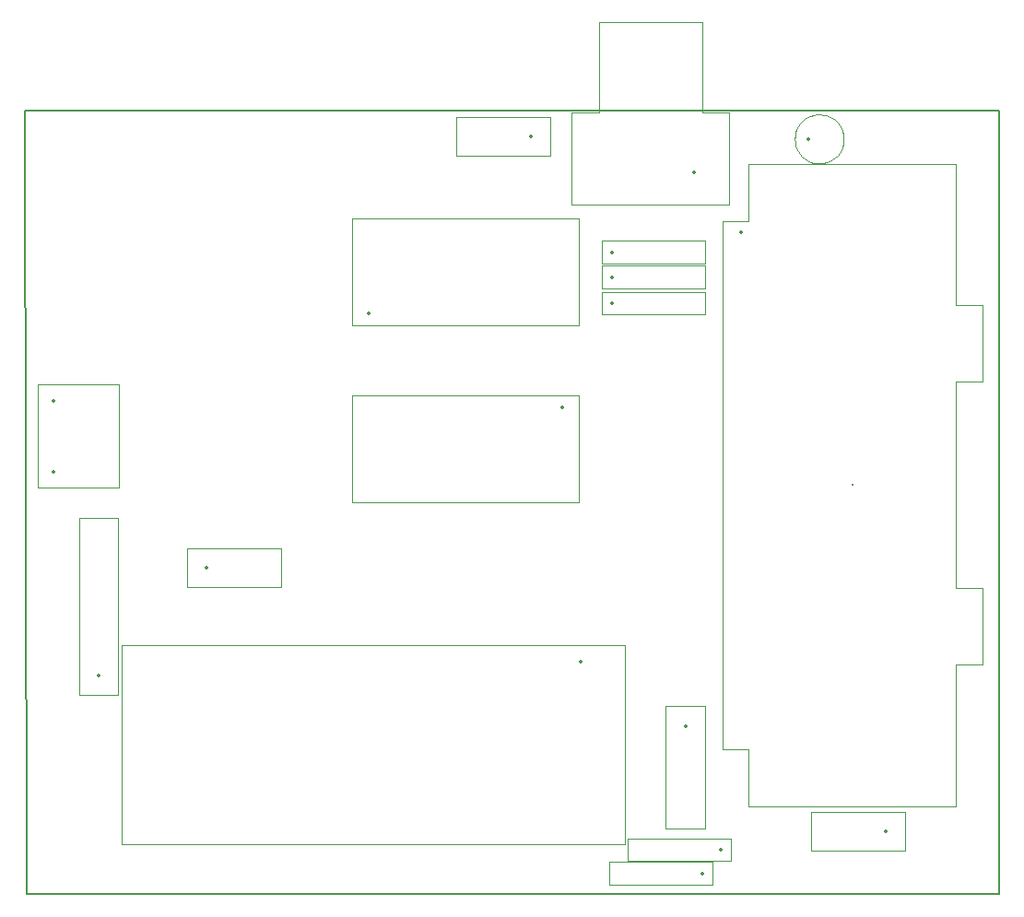
<source format=gbr>
%TF.GenerationSoftware,KiCad,Pcbnew,8.0.3*%
%TF.CreationDate,2024-06-28T19:02:33+02:00*%
%TF.ProjectId,GB-Dumper,47422d44-756d-4706-9572-2e6b69636164,0.83*%
%TF.SameCoordinates,PXafee930PY945b7e0*%
%TF.FileFunction,Component,L1,Top*%
%TF.FilePolarity,Positive*%
%FSLAX46Y46*%
G04 Gerber Fmt 4.6, Leading zero omitted, Abs format (unit mm)*
G04 Created by KiCad (PCBNEW 8.0.3) date 2024-06-28 19:02:33*
%MOMM*%
%LPD*%
G01*
G04 APERTURE LIST*
%TA.AperFunction,ComponentMain*%
%ADD10C,0.300000*%
%TD*%
%TA.AperFunction,ComponentOutline,Courtyard*%
%ADD11C,0.100000*%
%TD*%
%TA.AperFunction,ComponentPin*%
%ADD12P,0.360000X4X0.000000*%
%TD*%
%TA.AperFunction,ComponentPin*%
%ADD13C,0.100000*%
%TD*%
%TA.AperFunction,Profile*%
%ADD14C,0.150000*%
%TD*%
G04 APERTURE END LIST*
D10*
%TO.C,J1*%
%TO.CFtp,GameBoy_Cartridge_AGS_1x32-1MP_P1.50mm_Socket_Horizontal*%
%TO.CVal,GameBoy_Cartridge_MountingPin*%
%TO.CLbN,Button_Switch_Keyboard*%
%TO.CMnt,SMD*%
%TO.CRot,-90*%
X75894000Y37616000D03*
D11*
X85343999Y67115999D02*
X85343999Y54115999D01*
X87843999Y54115999D01*
X87843999Y47116001D01*
X85343999Y47116001D01*
X85343999Y28115999D01*
X87843999Y28115999D01*
X87843999Y21116001D01*
X85343999Y21116001D01*
X85343999Y8116001D01*
X66344001Y8116001D01*
X66344001Y13366001D01*
X63944001Y13366001D01*
X63944001Y61865999D01*
X66344001Y61865999D01*
X66344001Y67115999D01*
X85343999Y67115999D01*
D12*
%TO.P,J1,1,VCC*%
X65644000Y60866000D03*
D13*
%TO.P,J1,*%
X73844000Y50616000D03*
X73844000Y24616000D03*
%TO.P,J1,2,CLK*%
X65644000Y59366000D03*
%TO.P,J1,3,~{WR}*%
X65644000Y57866000D03*
%TO.P,J1,4,~{RD}*%
X65644000Y56366000D03*
%TO.P,J1,5,~{CS}*%
X65644000Y54866000D03*
%TO.P,J1,6,A0*%
X65644000Y53366000D03*
%TO.P,J1,7,A1*%
X65644000Y51866000D03*
%TO.P,J1,8,A2*%
X65644000Y50366000D03*
%TO.P,J1,9,A3*%
X65644000Y48866000D03*
%TO.P,J1,10,A4*%
X65644000Y47366000D03*
%TO.P,J1,11,A5*%
X65644000Y45866000D03*
%TO.P,J1,12,A6*%
X65644000Y44366000D03*
%TO.P,J1,13,A7*%
X65644000Y42866000D03*
%TO.P,J1,14,A8*%
X65644000Y41366000D03*
%TO.P,J1,15,A9*%
X65644000Y39866000D03*
%TO.P,J1,16,A10*%
X65644000Y38366000D03*
%TO.P,J1,17,A11*%
X65644000Y36866000D03*
%TO.P,J1,18,A12*%
X65644000Y35366000D03*
%TO.P,J1,19,A13*%
X65644000Y33866000D03*
%TO.P,J1,20,A14*%
X65644000Y32366000D03*
%TO.P,J1,21,A15*%
X65644000Y30866000D03*
%TO.P,J1,22,D0*%
X65644000Y29366000D03*
%TO.P,J1,23,D1*%
X65644000Y27866000D03*
%TO.P,J1,24,D2*%
X65644000Y26366000D03*
%TO.P,J1,25,D3*%
X65644000Y24866000D03*
%TO.P,J1,26,D4*%
X65644000Y23366000D03*
%TO.P,J1,27,D5*%
X65644000Y21866000D03*
%TO.P,J1,28,D6*%
X65644000Y20366000D03*
%TO.P,J1,29,D7*%
X65644000Y18866000D03*
%TO.P,J1,30,~{RES}*%
X65644000Y17366000D03*
%TO.P,J1,31,VIN*%
X65644000Y15866000D03*
%TO.P,J1,32,GND*%
X65644000Y14366000D03*
%TO.P,J1,MP*%
X85844000Y50616000D03*
X85844000Y24616000D03*
%TD*%
D10*
%TO.C,BTN*%
%TO.CFtp,SW_PUSH_6mm*%
%TO.CVal,SW_Push*%
%TO.CLbN,Button_Switch_THT*%
%TO.CMnt,TH*%
%TO.CRot,90*%
X2532000Y38834000D03*
D11*
X8531999Y46833999D02*
X8531999Y37334001D01*
X1032001Y37334001D01*
X1032001Y46833999D01*
X8531999Y46833999D01*
D12*
%TO.P,BTN,1,1*%
X2532000Y38834000D03*
X2532000Y45334000D03*
D13*
%TO.P,BTN,2,2*%
X7032000Y38834000D03*
X7032000Y45334000D03*
%TD*%
D10*
%TO.C,U2*%
%TO.CFtp,DIP-16_W7.62mm*%
%TO.CVal,74HC595_sorted*%
%TO.CLbN,Package_DIP*%
%TO.CMnt,TH*%
%TO.CRot,-90*%
X49209000Y44718000D03*
D11*
X50758999Y45817999D02*
X50758999Y36018001D01*
X29909001Y36018001D01*
X29909001Y45817999D01*
X50758999Y45817999D01*
D12*
%TO.P,U2,1,QB*%
X49209000Y44718000D03*
D13*
%TO.P,U2,2,QC*%
X46669000Y44718000D03*
%TO.P,U2,3,QD*%
X44129000Y44718000D03*
%TO.P,U2,4,QE*%
X41589000Y44718000D03*
%TO.P,U2,5,QF*%
X39049000Y44718000D03*
%TO.P,U2,6,QG*%
X36509000Y44718000D03*
%TO.P,U2,7,QH*%
X33969000Y44718000D03*
%TO.P,U2,8,GND*%
X31429000Y44718000D03*
%TO.P,U2,9,QH'*%
X31429000Y37098000D03*
%TO.P,U2,10,~{SRCLR}*%
X33969000Y37098000D03*
%TO.P,U2,11,SRCLK*%
X36509000Y37098000D03*
%TO.P,U2,12,RCLK*%
X39049000Y37098000D03*
%TO.P,U2,13,~{OE}*%
X41589000Y37098000D03*
%TO.P,U2,14,SER*%
X44129000Y37098000D03*
%TO.P,U2,15,QA*%
X46669000Y37098000D03*
%TO.P,U2,16,VCC*%
X49209000Y37098000D03*
%TD*%
D10*
%TO.C,J4*%
%TO.CFtp,PinHeader_1x04_P2.54mm_Vertical*%
%TO.CVal,Conn_01x04_Pin*%
%TO.CLbN,Connector_PinHeader_2.54mm*%
%TO.CMnt,TH*%
%TO.CRot,0*%
X60542000Y15474000D03*
D11*
X62341999Y17273999D02*
X62341999Y6074001D01*
X58742001Y6074001D01*
X58742001Y17273999D01*
X62341999Y17273999D01*
D12*
%TO.P,J4,1,Pin_1*%
X60542000Y15474000D03*
D13*
%TO.P,J4,2,Pin_2*%
X60542000Y12934000D03*
%TO.P,J4,3,Pin_3*%
X60542000Y10394000D03*
%TO.P,J4,4,Pin_4*%
X60542000Y7854000D03*
%TD*%
D10*
%TO.C,SW1*%
%TO.CFtp,SW_E-Switch_EG1224_SPDT_Angled*%
%TO.CVal,SW_SPDT*%
%TO.CLbN,Button_Switch_THT*%
%TO.CMnt,TH*%
%TO.CRot,180*%
X61342000Y66364000D03*
D11*
X62091999Y80113999D02*
X62091999Y71863999D01*
X64591999Y71863999D01*
X64591999Y63364001D01*
X50092001Y63364001D01*
X50092001Y71863999D01*
X52592001Y71863999D01*
X52592001Y80113999D01*
X62091999Y80113999D01*
D12*
%TO.P,SW1,1,A*%
X61342000Y66364000D03*
D13*
%TO.P,SW1,*%
X63342000Y64614000D03*
X63342000Y70614000D03*
X51342000Y64614000D03*
X51342000Y70614000D03*
%TO.P,SW1,2,B*%
X57342000Y66364000D03*
%TO.P,SW1,3,C*%
X53342000Y66364000D03*
%TD*%
D10*
%TO.C,R1*%
%TO.CFtp,R_Axial_DIN0204_L3.6mm_D1.6mm_P7.62mm_Horizontal*%
%TO.CVal,470Ω*%
%TO.CLbN,Resistor_THT*%
%TO.CMnt,TH*%
%TO.CRot,180*%
X62122000Y1934000D03*
D11*
X63071999Y2983999D02*
X63071999Y884001D01*
X53552001Y884001D01*
X53552001Y2983999D01*
X63071999Y2983999D01*
D12*
%TO.P,R1,1*%
X62122000Y1934000D03*
D13*
%TO.P,R1,2*%
X54502000Y1934000D03*
%TD*%
D10*
%TO.C,R3*%
%TO.CFtp,R_Axial_DIN0204_L3.6mm_D1.6mm_P7.62mm_Horizontal*%
%TO.CVal,470Ω*%
%TO.CLbN,Resistor_THT*%
%TO.CMnt,TH*%
%TO.CRot,0*%
X53790000Y56700000D03*
D11*
X62359999Y57749999D02*
X62359999Y55650001D01*
X52840001Y55650001D01*
X52840001Y57749999D01*
X62359999Y57749999D01*
D12*
%TO.P,R3,1*%
X53790000Y56700000D03*
D13*
%TO.P,R3,2*%
X61410000Y56700000D03*
%TD*%
D10*
%TO.C,C1*%
%TO.CFtp,CP_Radial_D4.0mm_P2.00mm*%
%TO.CVal,10 µF*%
%TO.CLbN,Capacitor_THT*%
%TO.CMnt,TH*%
%TO.CRot,0*%
X71844600Y69394000D03*
D11*
X72919868Y71645259D02*
X73219260Y71615140D01*
X73511966Y71545385D01*
X73792763Y71437238D01*
X74056639Y71292630D01*
X74056639Y71292629D01*
X74298887Y71114139D01*
X74515184Y70904954D01*
X74701668Y70668805D01*
X74855014Y70409907D01*
X74972483Y70132882D01*
X75051980Y69842670D01*
X75092087Y69544452D01*
X75094599Y69394000D01*
X75092087Y69243548D01*
X75051980Y68945330D01*
X74972483Y68655118D01*
X74855014Y68378093D01*
X74701668Y68119195D01*
X74515184Y67883046D01*
X74298887Y67673861D01*
X74056639Y67495371D01*
X73792763Y67350762D01*
X73511966Y67242615D01*
X73219260Y67172860D01*
X72919868Y67142741D01*
X72619133Y67152796D01*
X72322421Y67202845D01*
X72035028Y67291995D01*
X71762081Y67418656D01*
X71762082Y67418656D01*
X71508453Y67580566D01*
X71278668Y67774838D01*
X71076826Y67998003D01*
X70906531Y68246080D01*
X70906530Y68246080D01*
X70770821Y68514641D01*
X70672117Y68798895D01*
X70612181Y69093769D01*
X70592083Y69394000D01*
X70612181Y69694231D01*
X70672117Y69989105D01*
X70770821Y70273359D01*
X70906530Y70541921D01*
X70906531Y70541920D01*
X71076826Y70789997D01*
X71278668Y71013162D01*
X71508453Y71207434D01*
X71762082Y71369344D01*
X71762081Y71369345D01*
X72035028Y71496005D01*
X72322421Y71585155D01*
X72619133Y71635204D01*
X72919868Y71645259D01*
D12*
%TO.P,C1,1*%
X71844600Y69394000D03*
D13*
%TO.P,C1,2*%
X73844600Y69394000D03*
%TD*%
D10*
%TO.C,J3*%
%TO.CFtp,PinHeader_1x03_P2.54mm_Vertical*%
%TO.CVal,Conn_01x03_Pin*%
%TO.CLbN,Connector_PinHeader_2.54mm*%
%TO.CMnt,TH*%
%TO.CRot,-90*%
X78927000Y5784000D03*
D11*
X80726999Y7583999D02*
X80726999Y3984001D01*
X72077001Y3984001D01*
X72077001Y7583999D01*
X80726999Y7583999D01*
D12*
%TO.P,J3,1,Pin_1*%
X78927000Y5784000D03*
D13*
%TO.P,J3,2,Pin_2*%
X76387000Y5784000D03*
%TO.P,J3,3,Pin_3*%
X73847000Y5784000D03*
%TD*%
D10*
%TO.C,R5*%
%TO.CFtp,R_Axial_DIN0204_L3.6mm_D1.6mm_P7.62mm_Horizontal*%
%TO.CVal,470Ω*%
%TO.CLbN,Resistor_THT*%
%TO.CMnt,TH*%
%TO.CRot,180*%
X63792000Y4104000D03*
D11*
X64741999Y5153999D02*
X64741999Y3054001D01*
X55222001Y3054001D01*
X55222001Y5153999D01*
X64741999Y5153999D01*
D12*
%TO.P,R5,1*%
X63792000Y4104000D03*
D13*
%TO.P,R5,2*%
X56172000Y4104000D03*
%TD*%
D10*
%TO.C,R4*%
%TO.CFtp,R_Axial_DIN0204_L3.6mm_D1.6mm_P7.62mm_Horizontal*%
%TO.CVal,470Ω*%
%TO.CLbN,Resistor_THT*%
%TO.CMnt,TH*%
%TO.CRot,0*%
X53790000Y54300000D03*
D11*
X62359999Y55349999D02*
X62359999Y53250001D01*
X52840001Y53250001D01*
X52840001Y55349999D01*
X62359999Y55349999D01*
D12*
%TO.P,R4,1*%
X53790000Y54300000D03*
D13*
%TO.P,R4,2*%
X61410000Y54300000D03*
%TD*%
D10*
%TO.C,A1*%
%TO.CFtp,Arduino_Nano_WithMountingHoles*%
%TO.CVal,Arduino_Nano_v3.x_sorted*%
%TO.CLbN,Module*%
%TO.CMnt,TH*%
%TO.CRot,-90*%
X50932000Y21374000D03*
D11*
X54991999Y22903999D02*
X54991999Y4624001D01*
X8772001Y4624001D01*
X8772001Y22903999D01*
X54991999Y22903999D01*
D12*
%TO.P,A1,1,D0/PD0/TX*%
X50932000Y21374000D03*
D13*
%TO.P,A1,*%
X53472000Y21374000D03*
X12832000Y21374000D03*
X53472000Y6134000D03*
X12832000Y6134000D03*
%TO.P,A1,2,D1/PD1/RX*%
X48392000Y21374000D03*
%TO.P,A1,3,~{RST}/PB6*%
X45852000Y21374000D03*
%TO.P,A1,4,GND*%
X43312000Y21374000D03*
%TO.P,A1,5,D2/PD2/INT0*%
X40772000Y21374000D03*
%TO.P,A1,6,D3/PD3/INT1*%
X38232000Y21374000D03*
%TO.P,A1,7,D4/PD4*%
X35692000Y21374000D03*
%TO.P,A1,8,D5/PD5*%
X33152000Y21374000D03*
%TO.P,A1,9,D6/PD6*%
X30612000Y21374000D03*
%TO.P,A1,10,D7/PD7*%
X28072000Y21374000D03*
%TO.P,A1,11,D8/PB0*%
X25532000Y21374000D03*
%TO.P,A1,12,D9/PB1*%
X22992000Y21374000D03*
%TO.P,A1,13,D10/PB2/SS*%
X20452000Y21374000D03*
%TO.P,A1,14,D11/PB3/MOSI*%
X17912000Y21374000D03*
%TO.P,A1,15,D12/PB4/MISO*%
X15372000Y21374000D03*
%TO.P,A1,16,D13/PB5/SCK*%
X15372000Y6134000D03*
%TO.P,A1,17,+3V3*%
X17912000Y6134000D03*
%TO.P,A1,18,AREF*%
X20452000Y6134000D03*
%TO.P,A1,19,A0/PC0*%
X22992000Y6134000D03*
%TO.P,A1,20,A1/PC1*%
X25532000Y6134000D03*
%TO.P,A1,21,A2/PC2*%
X28072000Y6134000D03*
%TO.P,A1,22,A3/PC3*%
X30612000Y6134000D03*
%TO.P,A1,23,A4/PC4/SDA*%
X33152000Y6134000D03*
%TO.P,A1,24,A5/PC5/SCL*%
X35692000Y6134000D03*
%TO.P,A1,25,A6/PC6*%
X38232000Y6134000D03*
%TO.P,A1,26,A7/PC7*%
X40772000Y6134000D03*
%TO.P,A1,27,+5V*%
X43312000Y6134000D03*
%TO.P,A1,28,~{RST}/PB6*%
X45852000Y6134000D03*
%TO.P,A1,29,GND*%
X48392000Y6134000D03*
%TO.P,A1,30,VIN*%
X50932000Y6134000D03*
%TD*%
D10*
%TO.C,J2*%
%TO.CFtp,PinHeader_1x03_P2.54mm_Vertical*%
%TO.CVal,Conn_01x03_Pin*%
%TO.CLbN,Connector_PinHeader_2.54mm*%
%TO.CMnt,TH*%
%TO.CRot,90*%
X16582000Y30004000D03*
D11*
X23431999Y31803999D02*
X23431999Y28204001D01*
X14782001Y28204001D01*
X14782001Y31803999D01*
X23431999Y31803999D01*
D12*
%TO.P,J2,1,Pin_1*%
X16582000Y30004000D03*
D13*
%TO.P,J2,2,Pin_2*%
X19122000Y30004000D03*
%TO.P,J2,3,Pin_3*%
X21662000Y30004000D03*
%TD*%
D10*
%TO.C,J7*%
%TO.CFtp,PinHeader_1x06_P2.54mm_Vertical*%
%TO.CVal,Conn_01x06_Pin*%
%TO.CLbN,Connector_PinHeader_2.54mm*%
%TO.CMnt,TH*%
%TO.CRot,180*%
X6652000Y20094000D03*
D11*
X8451999Y34593999D02*
X8451999Y18294001D01*
X4852001Y18294001D01*
X4852001Y34593999D01*
X8451999Y34593999D01*
D12*
%TO.P,J7,1,Pin_1*%
X6652000Y20094000D03*
D13*
%TO.P,J7,2,Pin_2*%
X6652000Y22634000D03*
%TO.P,J7,3,Pin_3*%
X6652000Y25174000D03*
%TO.P,J7,4,Pin_4*%
X6652000Y27714000D03*
%TO.P,J7,5,Pin_5*%
X6652000Y30254000D03*
%TO.P,J7,6,Pin_6*%
X6652000Y32794000D03*
%TD*%
D10*
%TO.C,R2*%
%TO.CFtp,R_Axial_DIN0204_L3.6mm_D1.6mm_P7.62mm_Horizontal*%
%TO.CVal,470Ω*%
%TO.CLbN,Resistor_THT*%
%TO.CMnt,TH*%
%TO.CRot,0*%
X53790000Y59000000D03*
D11*
X62359999Y60049999D02*
X62359999Y57950001D01*
X52840001Y57950001D01*
X52840001Y60049999D01*
X62359999Y60049999D01*
D12*
%TO.P,R2,1*%
X53790000Y59000000D03*
D13*
%TO.P,R2,2*%
X61410000Y59000000D03*
%TD*%
D10*
%TO.C,J5*%
%TO.CFtp,PinHeader_1x03_P2.54mm_Vertical*%
%TO.CVal,Conn_01x03_Pin*%
%TO.CLbN,Connector_PinHeader_2.54mm*%
%TO.CMnt,TH*%
%TO.CRot,-90*%
X46342000Y69614000D03*
D11*
X48141999Y71413999D02*
X48141999Y67814001D01*
X39492001Y67814001D01*
X39492001Y71413999D01*
X48141999Y71413999D01*
D12*
%TO.P,J5,1,Pin_1*%
X46342000Y69614000D03*
D13*
%TO.P,J5,2,Pin_2*%
X43802000Y69614000D03*
%TO.P,J5,3,Pin_3*%
X41262000Y69614000D03*
%TD*%
D10*
%TO.C,U1*%
%TO.CFtp,DIP-16_W7.62mm*%
%TO.CVal,74HC595_sorted*%
%TO.CLbN,Package_DIP*%
%TO.CMnt,TH*%
%TO.CRot,90*%
X31459000Y53374000D03*
D11*
X50758999Y62073999D02*
X50758999Y52274001D01*
X29909001Y52274001D01*
X29909001Y62073999D01*
X50758999Y62073999D01*
D12*
%TO.P,U1,1,QB*%
X31459000Y53374000D03*
D13*
%TO.P,U1,2,QC*%
X33999000Y53374000D03*
%TO.P,U1,3,QD*%
X36539000Y53374000D03*
%TO.P,U1,4,QE*%
X39079000Y53374000D03*
%TO.P,U1,5,QF*%
X41619000Y53374000D03*
%TO.P,U1,6,QG*%
X44159000Y53374000D03*
%TO.P,U1,7,QH*%
X46699000Y53374000D03*
%TO.P,U1,8,GND*%
X49239000Y53374000D03*
%TO.P,U1,9,QH'*%
X49239000Y60994000D03*
%TO.P,U1,10,~{SRCLR}*%
X46699000Y60994000D03*
%TO.P,U1,11,SRCLK*%
X44159000Y60994000D03*
%TO.P,U1,12,RCLK*%
X41619000Y60994000D03*
%TO.P,U1,13,~{OE}*%
X39079000Y60994000D03*
%TO.P,U1,14,SER*%
X36539000Y60994000D03*
%TO.P,U1,15,QA*%
X33999000Y60994000D03*
%TO.P,U1,16,VCC*%
X31459000Y60994000D03*
%TD*%
D14*
X89356000Y72000000D02*
X89356000Y24000D01*
X-100000Y72000000D02*
X89356000Y72000000D01*
X0Y0D02*
X-100000Y72000000D01*
X89356000Y24000D02*
X0Y0D01*
M02*

</source>
